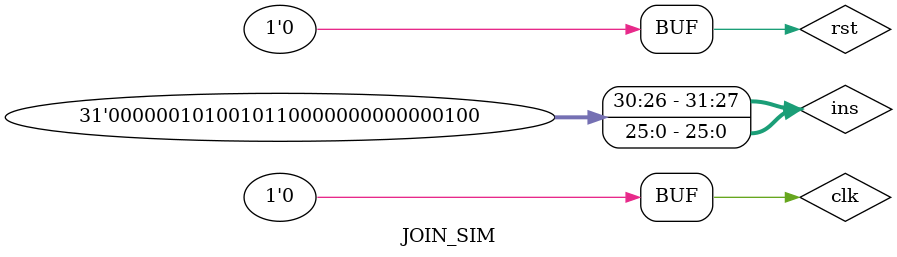
<source format=v>
`timescale 1ns / 100ps

module JOIN_SIM();
`include "common_param.vh"
reg clk, rst;
reg [31:0] ins;
wire [31:0] test, sw_test;
//wire [31:0] rdata1, rdata2, ed32;

JOIN j0(
    .CLK(clk),
    .RST(rst),
    .Ins(ins),
    .TEST(test),
    .SW_TEST(sw_test)
);


always begin
        clk = 1;
  #0.8  clk = 0;
  #0.8;
end

initial begin
    rst = 0;
    //wdata = 32'd0;8
    // ins[31:26] = R_FORM;//op
    // ins[25:21] = 5'd10;//t2
    // ins[20:16] = 5'd11;//t3
    // ins[15:11] = 5'd9;//t1
    // ins[10:6] = 5'd0;
    // ins[5:0] = ADD;//func

    // ins[31:26] = R_FORM;//op
    // ins[25:21] = 5'd10;//t2
    // ins[20:16] = 5'd11;//t3
    // ins[15:11] = 5'd9;//t1
    // ins[10:6] = 5'd5;
    // ins[5:0] = SLT;//func

    ins[31:26] = SW;//op
    ins[25:21] = 5'd10;// rs t2
    ins[20:16] = 5'd11;// rt t3
    ins[15:0] = 16'd4;//immd
end






endmodule
</source>
